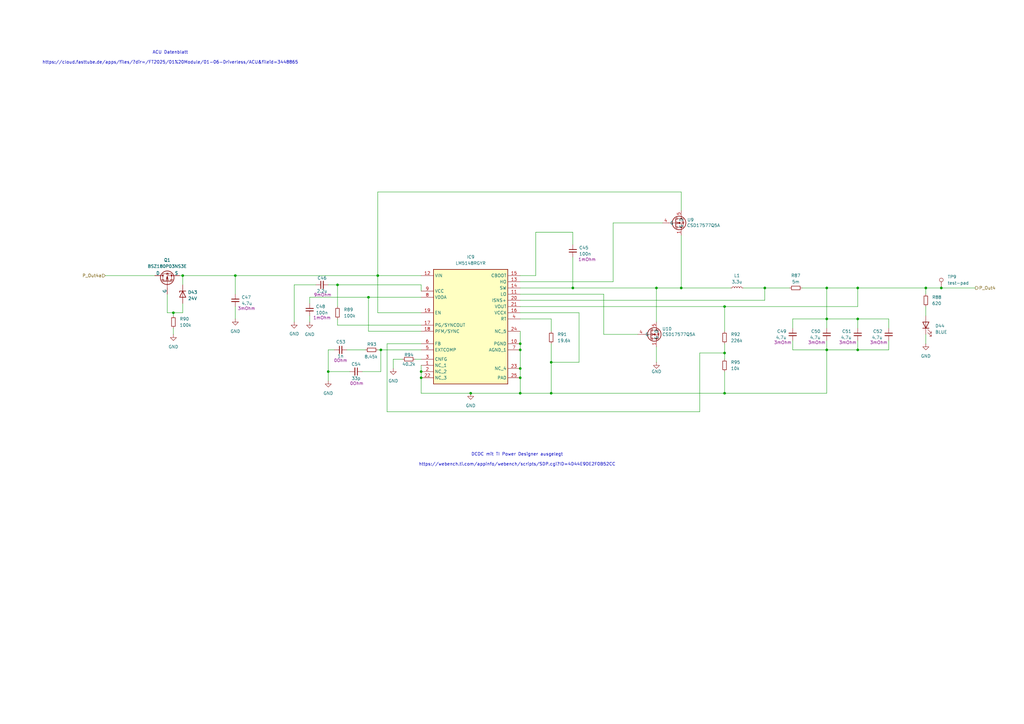
<source format=kicad_sch>
(kicad_sch (version 20231120) (generator "eeschema") (generator_version "8.0")
  (paper "A3")
  (title_block (title "PDU FT25") (date "2024-11-23") (rev "V1.1") (company "Janek Herm") (comment 1 "FaSTTUBe Electronics"))
  (lib_symbols
    (symbol "Connector:TestPoint" (pin_numbers hide) (pin_names (offset 0.762) hide)
      (property "Reference" "TP" (at 0 6.858 0))
      (property "Value" "TestPoint" (at 0 5.08 0))
      (symbol "TestPoint_0_1"
        (circle (center 0 3.302) (radius 0.762))
      )
      (symbol "TestPoint_1_1"
        (pin passive line (at 0 0 90) (length 2.54) (name "1") (number "1"))
      )
    )
    (symbol "Device:C_Small" (pin_numbers hide) (pin_names (offset 0.254) hide)
      (property "Reference" "C" (at 0.254 1.778 0))
      (property "Value" "C_Small" (at 0.254 -2.032 0))
      (symbol "C_Small_0_1"
        (polyline (pts (xy -1.524 -0.508) (xy 1.524 -0.508)) (stroke (width 0.3302)))
        (polyline (pts (xy -1.524 0.508) (xy 1.524 0.508)) (stroke (width 0.3048)))
      )
      (symbol "C_Small_1_1"
        (pin passive line (at 0 2.54 270) (length 2.032) (name "~") (number "1"))
        (pin passive line (at 0 -2.54 90) (length 2.032) (name "~") (number "2"))
      )
    )
    (symbol "Device:D_Zener" (pin_numbers hide) (pin_names (offset 1.016) hide)
      (property "Reference" "D" (at 0 2.54 0))
      (property "Value" "D_Zener" (at 0 -2.54 0))
      (symbol "D_Zener_0_1"
        (polyline (pts (xy 1.27 0) (xy -1.27 0)))
        (polyline (pts (xy -1.27 -1.27) (xy -1.27 1.27) (xy -0.762 1.27)) (stroke (width 0.254)))
        (polyline (pts (xy 1.27 -1.27) (xy 1.27 1.27) (xy -1.27 0) (xy 1.27 -1.27)) (stroke (width 0.254)))
      )
      (symbol "D_Zener_1_1"
        (pin passive line (at -3.81 0 0) (length 2.54) (name "K") (number "1"))
        (pin passive line (at 3.81 0 180) (length 2.54) (name "A") (number "2"))
      )
    )
    (symbol "Device:LED" (pin_numbers hide) (pin_names (offset 1.016) hide)
      (property "Reference" "D" (at 0 2.54 0))
      (property "Value" "LED" (at 0 -2.54 0))
      (symbol "LED_0_1"
        (polyline (pts (xy -1.27 -1.27) (xy -1.27 1.27)) (stroke (width 0.254)))
        (polyline (pts (xy -1.27 0) (xy 1.27 0)))
        (polyline (pts (xy 1.27 -1.27) (xy 1.27 1.27) (xy -1.27 0) (xy 1.27 -1.27)) (stroke (width 0.254)))
        (polyline (pts (xy -3.048 -0.762) (xy -4.572 -2.286) (xy -3.81 -2.286) (xy -4.572 -2.286) (xy -4.572 -1.524)))
        (polyline (pts (xy -1.778 -0.762) (xy -3.302 -2.286) (xy -2.54 -2.286) (xy -3.302 -2.286) (xy -3.302 -1.524)))
      )
      (symbol "LED_1_1"
        (pin passive line (at -3.81 0 0) (length 2.54) (name "K") (number "1"))
        (pin passive line (at 3.81 0 180) (length 2.54) (name "A") (number "2"))
      )
    )
    (symbol "Device:L_Small" (pin_numbers hide) (pin_names (offset 0.254) hide)
      (property "Reference" "L" (at 0.762 1.016 0))
      (property "Value" "L_Small" (at 0.762 -1.016 0))
      (symbol "L_Small_0_1"
        (arc (start 0 -2.032) (mid 0.5058 -1.524) (end 0 -1.016))
        (arc (start 0 -1.016) (mid 0.5058 -0.508) (end 0 0))
        (arc (start 0 0) (mid 0.5058 0.508) (end 0 1.016))
        (arc (start 0 1.016) (mid 0.5058 1.524) (end 0 2.032))
      )
      (symbol "L_Small_1_1"
        (pin passive line (at 0 2.54 270) (length 0.508) (name "~") (number "1"))
        (pin passive line (at 0 -2.54 90) (length 0.508) (name "~") (number "2"))
      )
    )
    (symbol "Device:R_Small" (pin_numbers hide) (pin_names (offset 0.254) hide)
      (property "Reference" "R" (at 0.762 0.508 0))
      (property "Value" "R_Small" (at 0.762 -1.016 0))
      (symbol "R_Small_0_1"
        (rectangle (start -0.762 1.778) (end 0.762 -1.778) (stroke (width 0.2032)))
      )
      (symbol "R_Small_1_1"
        (pin passive line (at 0 2.54 270) (length 0.762) (name "~") (number "1"))
        (pin passive line (at 0 -2.54 90) (length 0.762) (name "~") (number "2"))
      )
    )
    (symbol "FaSTTUBe_microcontrollers:NexFET"
      (property "Reference" "U" (at 0 5.588 0))
      (symbol "NexFET_0_1"
        (circle (center -0.889 -12.7) (radius 2.794) (stroke (width 0.254)))
        (circle (center 0 -14.478) (radius 0.254) (fill (type outline)))
        (circle (center 0 -10.922) (radius 0.254) (fill (type outline)))
        (polyline (pts (xy -2.286 -12.7) (xy -5.08 -12.7)))
        (polyline (pts (xy -2.286 -10.795) (xy -2.286 -14.605)) (stroke (width 0.254)))
        (polyline (pts (xy -1.778 -13.97) (xy -1.778 -14.986)) (stroke (width 0.254)))
        (polyline (pts (xy -1.778 -12.192) (xy -1.778 -13.208)) (stroke (width 0.254)))
        (polyline (pts (xy -1.778 -10.414) (xy -1.778 -11.43)) (stroke (width 0.254)))
        (polyline (pts (xy 0 -10.16) (xy 0 -10.922)))
        (polyline (pts (xy 0 -15.24) (xy 0 -12.7) (xy -1.778 -12.7)))
        (polyline (pts (xy -1.778 -14.478) (xy 0.762 -14.478) (xy 0.762 -10.922) (xy -1.778 -10.922)))
        (polyline (pts (xy -1.524 -12.7) (xy -0.508 -12.319) (xy -0.508 -13.081) (xy -1.524 -12.7)) (fill (type outline)))
        (polyline (pts (xy 0.254 -12.192) (xy 0.381 -12.319) (xy 1.143 -12.319) (xy 1.27 -12.446)))
        (polyline (pts (xy 0.762 -12.319) (xy 0.381 -12.954) (xy 1.143 -12.954) (xy 0.762 -12.319)))
      )
      (symbol "NexFET_1_1"
        (pin passive line (at 0 -17.78 90) (length 2.54) (name "S") (number "1"))
        (pin no_connect line (at 2.4303 -17.78 90) (length 2.54) hide (name "") (number "2"))
        (pin no_connect line (at 5.08 -17.78 90) (length 2.54) hide (name "") (number "3"))
        (pin input line (at -7.62 -12.7 0) (length 2.54) (name "G") (number "4"))
        (pin passive line (at 0 -7.62 270) (length 2.54) (name "D") (number "5"))
        (pin no_connect line (at 2.54 -7.62 270) (length 2.54) hide (name "") (number "6"))
        (pin no_connect line (at 5.08 -7.62 270) (length 2.54) hide (name "") (number "7"))
        (pin no_connect line (at 7.6324 -7.6022 270) (length 2.54) hide (name "") (number "8"))
        (pin no_connect line (at 10.2821 -7.6022 270) (length 2.54) hide (name "") (number "9"))
      )
    )
    (symbol "LM5148RGYR:LM5148RGYR"
      (property "Reference" "IC" (at 36.83 17.78 0))
      (property "Value" "LM5148RGYR" (at 36.83 15.24 0))
      (symbol "LM5148RGYR_1_1"
        (rectangle (start 5.08 12.7) (end 35.56 -34.29) (stroke (width 0.254)) (fill (type background)))
        (pin passive line (at 0 -26.67 0) (length 5.08) (name "NC_1") (number "1"))
        (pin passive line (at 40.64 -17.78 180) (length 5.08) (name "PGND") (number "10"))
        (pin passive line (at 40.64 2.54 180) (length 5.08) (name "LO") (number "11"))
        (pin passive line (at 0 10.16 0) (length 5.08) (name "VIN") (number "12"))
        (pin passive line (at 40.64 7.62 180) (length 5.08) (name "HO") (number "13"))
        (pin passive line (at 40.64 5.08 180) (length 5.08) (name "SW") (number "14"))
        (pin passive line (at 40.64 10.16 180) (length 5.08) (name "CBOOT") (number "15"))
        (pin passive line (at 40.64 -5.08 180) (length 5.08) (name "VCCX") (number "16"))
        (pin passive line (at 0 -10.16 0) (length 5.08) (name "PG/SYNCOUT") (number "17"))
        (pin passive line (at 0 -12.7 0) (length 5.08) (name "PFM/SYNC") (number "18"))
        (pin passive line (at 0 -5.08 0) (length 5.08) (name "EN") (number "19"))
        (pin passive line (at 0 -29.21 0) (length 5.08) (name "NC_2") (number "2"))
        (pin passive line (at 40.64 0 180) (length 5.08) (name "ISNS+") (number "20"))
        (pin passive line (at 40.64 -2.54 180) (length 5.08) (name "VOUT") (number "21"))
        (pin passive line (at 0 -31.75 0) (length 5.08) (name "NC_3") (number "22"))
        (pin passive line (at 40.64 -27.94 180) (length 5.08) (name "NC_4") (number "23"))
        (pin passive line (at 40.64 -12.7 180) (length 5.08) (name "NC_5") (number "24"))
        (pin passive line (at 40.64 -31.75 180) (length 5.08) (name "PAD") (number "25"))
        (pin passive line (at 0 -24.13 0) (length 5.08) (name "CNFG") (number "3"))
        (pin passive line (at 40.64 -7.62 180) (length 5.08) (name "RT") (number "4"))
        (pin passive line (at 0 -20.32 0) (length 5.08) (name "EXTCOMP") (number "5"))
        (pin passive line (at 0 -17.78 0) (length 5.08) (name "FB") (number "6"))
        (pin passive line (at 40.64 -20.32 180) (length 5.08) (name "AGND_1") (number "7"))
        (pin passive line (at 0 1.27 0) (length 5.08) (name "VDDA") (number "8"))
        (pin passive line (at 0 3.81 0) (length 5.08) (name "VCC") (number "9"))
      )
    )
    (symbol "Simulation_SPICE:PMOS" (pin_numbers hide) (pin_names (offset 0))
      (property "Reference" "Q" (at 5.08 1.27 0))
      (property "Value" "PMOS" (at 5.08 -1.27 0))
      (symbol "PMOS_0_1"
        (polyline (pts (xy 0.254 0) (xy -2.54 0)))
        (polyline (pts (xy 0.254 1.905) (xy 0.254 -1.905)) (stroke (width 0.254)))
        (polyline (pts (xy 0.762 -1.27) (xy 0.762 -2.286)) (stroke (width 0.254)))
        (polyline (pts (xy 0.762 0.508) (xy 0.762 -0.508)) (stroke (width 0.254)))
        (polyline (pts (xy 0.762 2.286) (xy 0.762 1.27)) (stroke (width 0.254)))
        (polyline (pts (xy 2.54 2.54) (xy 2.54 1.778)))
        (polyline (pts (xy 2.54 -2.54) (xy 2.54 0) (xy 0.762 0)))
        (polyline (pts (xy 0.762 1.778) (xy 3.302 1.778) (xy 3.302 -1.778) (xy 0.762 -1.778)))
        (polyline (pts (xy 2.286 0) (xy 1.27 0.381) (xy 1.27 -0.381) (xy 2.286 0)) (fill (type outline)))
        (polyline (pts (xy 2.794 -0.508) (xy 2.921 -0.381) (xy 3.683 -0.381) (xy 3.81 -0.254)))
        (polyline (pts (xy 3.302 -0.381) (xy 2.921 0.254) (xy 3.683 0.254) (xy 3.302 -0.381)))
        (circle (center 1.651 0) (radius 2.794) (stroke (width 0.254)))
        (circle (center 2.54 -1.778) (radius 0.254) (fill (type outline)))
        (circle (center 2.54 1.778) (radius 0.254) (fill (type outline)))
      )
      (symbol "PMOS_1_1"
        (pin passive line (at 2.54 5.08 270) (length 2.54) (name "D") (number "1"))
        (pin input line (at -5.08 0 0) (length 2.54) (name "G") (number "2"))
        (pin passive line (at 2.54 -5.08 90) (length 2.54) (name "S") (number "3"))
      )
    )
    (symbol "power:GND" (power) (pin_numbers hide) (pin_names (offset 0) hide)
      (property "Value" "GND" (at 0 -3.81 0))
      (symbol "GND_0_1"
        (polyline (pts (xy 0 0) (xy 0 -1.27) (xy 1.27 -1.27) (xy 0 -2.54) (xy -1.27 -1.27) (xy 0 -1.27)))
      )
      (symbol "GND_1_1"
        (pin power_in line (at 0 0 270) (length 0) (name "~") (number "1"))
      )
    )
  )
  (junction (at 279.4 118.11))
  (junction (at 351.79 130.81))
  (junction (at 351.79 118.11))
  (junction (at 172.72 152.4))
  (junction (at 339.09 143.51))
  (junction (at 172.72 154.94))
  (junction (at 386.08 118.11))
  (junction (at 213.36 161.29))
  (junction (at 379.73 118.11))
  (junction (at 193.04 161.29))
  (junction (at 96.52 113.03))
  (junction (at 213.36 143.51))
  (junction (at 269.24 118.11))
  (junction (at 226.06 161.29))
  (junction (at 151.13 121.92))
  (junction (at 71.12 128.27))
  (junction (at 297.18 125.73))
  (junction (at 297.18 144.78))
  (junction (at 156.21 143.51))
  (junction (at 213.36 140.97))
  (junction (at 213.36 151.13))
  (junction (at 313.69 118.11))
  (junction (at 213.36 154.94))
  (junction (at 138.43 116.84))
  (junction (at 234.95 118.11))
  (junction (at 74.93 113.03))
  (junction (at 154.94 113.03))
  (junction (at 226.06 148.59))
  (junction (at 339.09 118.11))
  (junction (at 297.18 161.29))
  (junction (at 339.09 130.81))
  (junction (at 351.79 143.51))
  (junction (at 134.62 152.4))
  (wire (pts (xy 226.06 130.81) (xy 226.06 135.89)))
  (wire (pts (xy 71.12 134.62) (xy 71.12 137.16)))
  (wire (pts (xy 339.09 130.81) (xy 351.79 130.81)))
  (wire (pts (xy 120.65 132.08) (xy 120.65 116.84)))
  (wire (pts (xy 297.18 152.4) (xy 297.18 161.29)))
  (wire (pts (xy 351.79 143.51) (xy 364.49 143.51)))
  (wire (pts (xy 213.36 128.27) (xy 237.49 128.27)))
  (wire (pts (xy 158.75 168.91) (xy 287.02 168.91)))
  (wire (pts (xy 127 121.92) (xy 127 124.46)))
  (wire (pts (xy 269.24 118.11) (xy 279.4 118.11)))
  (wire (pts (xy 226.06 148.59) (xy 226.06 161.29)))
  (wire (pts (xy 68.58 128.27) (xy 71.12 128.27)))
  (wire (pts (xy 172.72 154.94) (xy 172.72 161.29)))
  (wire (pts (xy 339.09 139.7) (xy 339.09 143.51)))
  (wire (pts (xy 379.73 118.11) (xy 386.08 118.11)))
  (wire (pts (xy 364.49 134.62) (xy 364.49 130.81)))
  (wire (pts (xy 154.94 78.74) (xy 279.4 78.74)))
  (wire (pts (xy 297.18 161.29) (xy 339.09 161.29)))
  (wire (pts (xy 127 121.92) (xy 151.13 121.92)))
  (wire (pts (xy 325.12 134.62) (xy 325.12 130.81)))
  (wire (pts (xy 96.52 113.03) (xy 154.94 113.03)))
  (wire (pts (xy 364.49 139.7) (xy 364.49 143.51)))
  (wire (pts (xy 339.09 143.51) (xy 339.09 161.29)))
  (wire (pts (xy 68.58 120.65) (xy 68.58 128.27)))
  (wire (pts (xy 269.24 118.11) (xy 269.24 132.08)))
  (wire (pts (xy 148.59 152.4) (xy 156.21 152.4)))
  (wire (pts (xy 154.94 113.03) (xy 172.72 113.03)))
  (wire (pts (xy 172.72 128.27) (xy 154.94 128.27)))
  (wire (pts (xy 96.52 125.73) (xy 96.52 130.81)))
  (wire (pts (xy 74.93 128.27) (xy 71.12 128.27)))
  (wire (pts (xy 213.36 161.29) (xy 213.36 154.94)))
  (wire (pts (xy 172.72 140.97) (xy 158.75 140.97)))
  (wire (pts (xy 234.95 95.25) (xy 234.95 100.33)))
  (wire (pts (xy 120.65 116.84) (xy 129.54 116.84)))
  (wire (pts (xy 325.12 143.51) (xy 325.12 139.7)))
  (wire (pts (xy 156.21 152.4) (xy 156.21 143.51)))
  (wire (pts (xy 74.93 113.03) (xy 96.52 113.03)))
  (wire (pts (xy 213.36 130.81) (xy 226.06 130.81)))
  (wire (pts (xy 379.73 137.16) (xy 379.73 140.97)))
  (wire (pts (xy 325.12 130.81) (xy 339.09 130.81)))
  (wire (pts (xy 74.93 124.46) (xy 74.93 128.27)))
  (wire (pts (xy 161.29 151.13) (xy 161.29 147.32)))
  (wire (pts (xy 313.69 118.11) (xy 323.85 118.11)))
  (wire (pts (xy 158.75 140.97) (xy 158.75 168.91)))
  (wire (pts (xy 339.09 130.81) (xy 339.09 134.62)))
  (wire (pts (xy 379.73 125.73) (xy 379.73 129.54)))
  (wire (pts (xy 213.36 143.51) (xy 213.36 151.13)))
  (wire (pts (xy 138.43 133.35) (xy 138.43 130.81)))
  (wire (pts (xy 351.79 134.62) (xy 351.79 130.81)))
  (wire (pts (xy 351.79 118.11) (xy 379.73 118.11)))
  (wire (pts (xy 313.69 123.19) (xy 313.69 118.11)))
  (wire (pts (xy 251.46 91.44) (xy 251.46 115.57)))
  (wire (pts (xy 386.08 118.11) (xy 400.05 118.11)))
  (wire (pts (xy 237.49 148.59) (xy 226.06 148.59)))
  (wire (pts (xy 351.79 130.81) (xy 364.49 130.81)))
  (wire (pts (xy 234.95 118.11) (xy 269.24 118.11)))
  (wire (pts (xy 73.66 113.03) (xy 74.93 113.03)))
  (wire (pts (xy 172.72 161.29) (xy 193.04 161.29)))
  (wire (pts (xy 154.94 113.03) (xy 154.94 78.74)))
  (wire (pts (xy 134.62 143.51) (xy 137.16 143.51)))
  (wire (pts (xy 247.65 120.65) (xy 213.36 120.65)))
  (wire (pts (xy 213.36 118.11) (xy 234.95 118.11)))
  (wire (pts (xy 219.71 113.03) (xy 219.71 95.25)))
  (wire (pts (xy 172.72 152.4) (xy 172.72 154.94)))
  (wire (pts (xy 138.43 125.73) (xy 138.43 116.84)))
  (wire (pts (xy 213.36 154.94) (xy 213.36 151.13)))
  (wire (pts (xy 213.36 113.03) (xy 219.71 113.03)))
  (wire (pts (xy 213.36 135.89) (xy 213.36 140.97)))
  (wire (pts (xy 279.4 78.74) (xy 279.4 86.36)))
  (wire (pts (xy 351.79 118.11) (xy 351.79 125.73)))
  (wire (pts (xy 74.93 113.03) (xy 74.93 116.84)))
  (wire (pts (xy 247.65 120.65) (xy 247.65 137.16)))
  (wire (pts (xy 351.79 139.7) (xy 351.79 143.51)))
  (wire (pts (xy 151.13 135.89) (xy 151.13 121.92)))
  (wire (pts (xy 127 129.54) (xy 127 132.08)))
  (wire (pts (xy 325.12 143.51) (xy 339.09 143.51)))
  (wire (pts (xy 339.09 118.11) (xy 339.09 130.81)))
  (wire (pts (xy 379.73 118.11) (xy 379.73 120.65)))
  (wire (pts (xy 219.71 95.25) (xy 234.95 95.25)))
  (wire (pts (xy 149.86 143.51) (xy 142.24 143.51)))
  (wire (pts (xy 297.18 140.97) (xy 297.18 144.78)))
  (wire (pts (xy 134.62 152.4) (xy 134.62 156.21)))
  (wire (pts (xy 297.18 125.73) (xy 297.18 135.89)))
  (wire (pts (xy 279.4 96.52) (xy 279.4 118.11)))
  (wire (pts (xy 134.62 143.51) (xy 134.62 152.4)))
  (wire (pts (xy 304.8 118.11) (xy 313.69 118.11)))
  (wire (pts (xy 161.29 147.32) (xy 165.1 147.32)))
  (wire (pts (xy 96.52 113.03) (xy 96.52 120.65)))
  (wire (pts (xy 172.72 121.92) (xy 151.13 121.92)))
  (wire (pts (xy 351.79 118.11) (xy 339.09 118.11)))
  (wire (pts (xy 154.94 143.51) (xy 156.21 143.51)))
  (wire (pts (xy 234.95 105.41) (xy 234.95 118.11)))
  (wire (pts (xy 287.02 168.91) (xy 287.02 144.78)))
  (wire (pts (xy 297.18 125.73) (xy 351.79 125.73)))
  (wire (pts (xy 138.43 116.84) (xy 172.72 116.84)))
  (wire (pts (xy 154.94 128.27) (xy 154.94 113.03)))
  (wire (pts (xy 339.09 143.51) (xy 351.79 143.51)))
  (wire (pts (xy 269.24 148.59) (xy 269.24 142.24)))
  (wire (pts (xy 172.72 133.35) (xy 138.43 133.35)))
  (wire (pts (xy 193.04 161.29) (xy 213.36 161.29)))
  (wire (pts (xy 172.72 116.84) (xy 172.72 119.38)))
  (wire (pts (xy 226.06 161.29) (xy 297.18 161.29)))
  (wire (pts (xy 172.72 135.89) (xy 151.13 135.89)))
  (wire (pts (xy 213.36 115.57) (xy 251.46 115.57)))
  (wire (pts (xy 170.18 147.32) (xy 172.72 147.32)))
  (wire (pts (xy 213.36 140.97) (xy 213.36 143.51)))
  (wire (pts (xy 71.12 129.54) (xy 71.12 128.27)))
  (wire (pts (xy 247.65 137.16) (xy 261.62 137.16)))
  (wire (pts (xy 226.06 140.97) (xy 226.06 148.59)))
  (wire (pts (xy 328.93 118.11) (xy 339.09 118.11)))
  (wire (pts (xy 279.4 118.11) (xy 299.72 118.11)))
  (wire (pts (xy 134.62 152.4) (xy 143.51 152.4)))
  (wire (pts (xy 297.18 144.78) (xy 297.18 147.32)))
  (wire (pts (xy 156.21 143.51) (xy 172.72 143.51)))
  (wire (pts (xy 287.02 144.78) (xy 297.18 144.78)))
  (wire (pts (xy 43.18 113.03) (xy 63.5 113.03)))
  (wire (pts (xy 213.36 125.73) (xy 297.18 125.73)))
  (wire (pts (xy 213.36 161.29) (xy 226.06 161.29)))
  (wire (pts (xy 172.72 149.86) (xy 172.72 152.4)))
  (wire (pts (xy 213.36 123.19) (xy 313.69 123.19)))
  (wire (pts (xy 251.46 91.44) (xy 271.78 91.44)))
  (wire (pts (xy 134.62 116.84) (xy 138.43 116.84)))
  (wire (pts (xy 237.49 128.27) (xy 237.49 148.59)))
  (text "ACU Datenblatt\n\nhttps://cloud.fasttube.de/apps/files/?dir=/FT2025/01%20Module/01-06-Driverless/ACU&fileid=3448865" (at 69.85 23.622 0) (effects (font (size 1.27 1.27))))
  (text "DCDC mit TI Power Designer ausgelegt\n\nhttps://webench.ti.com/appinfo/webench/scripts/SDP.cgi?ID=4D44E9DE2F0B52CC" (at 212.09 188.468 0) (effects (font (size 1.27 1.27))))
  (hierarchical_label "P_Out4" (shape output) (at 400.05 118.11 0))
  (hierarchical_label "P_Out4a" (shape input) (at 43.18 113.03 180))
  (symbol (lib_id "power:GND") (at 269.24 148.59 0) (unit 1)
    (property "Reference" "#PWR0147" (effects (hide yes)))
    (property "Value" "GND" (at 267.208 152.3999 0) (effects (justify left)))
    (property "Description" "Power symbol creates a global label with name \"GND\" , ground" (effects (hide yes)))
  )
  (symbol (lib_id "Device:R_Small") (at 152.4 143.51 270) (unit 1)
    (property "Reference" "R93" (at 154.4319 141.224 90) (effects (justify right)))
    (property "Value" "8.45k" (at 154.9399 146.304 90) (effects (justify right)))
    (property "Footprint" "Resistor_SMD:R_0603_1608Metric_Pad0.98x0.95mm_HandSolder" (effects (hide yes)))
    (property "Description" "63mW, 1% Tolerance" (effects (hide yes)))
  )
  (symbol (lib_id "FaSTTUBe_microcontrollers:NexFET") (at 269.24 124.46 0) (unit 1)
    (property "Reference" "U10" (at 273.558 134.874 0))
    (property "Value" "CSD17577Q5A" (at 278.384 137.16 0))
    (property "Footprint" "CSD17303Q5:CSD17303Q5" (effects (hide yes)))
    (property "Datasheet" "https://www.ti.com/lit/ds/symlink/csd17577q5a.pdf" (effects (hide yes)))
  )
  (symbol (lib_id "Device:D_Zener") (at 74.93 120.65 90) (mirror x) (unit 1)
    (property "Reference" "D43" (at 78.994 119.888 90))
    (property "Value" "24V" (at 78.994 122.428 90))
    (property "Footprint" "3SMAJ5934B-TP:DIOM5226X244N" (effects (hide yes)))
    (property "Datasheet" "https://www.mouser.de/datasheet/2/258/3SMAJ5918B_3SMAJ5956B_SMA_-3423242.pdf" (effects (hide yes)))
    (property "Description" "Zener diode" (effects (hide yes)))
    (property "MPR" "3SMAJ5934B-TP" (effects (hide yes)))
  )
  (symbol (lib_id "Device:R_Small") (at 226.06 138.43 180) (unit 1)
    (property "Reference" "R91" (at 228.6 137.1599 0) (effects (justify right)))
    (property "Value" "19.6k" (at 228.6 139.6999 0) (effects (justify right)))
    (property "Footprint" "Resistor_SMD:R_0603_1608Metric_Pad0.98x0.95mm_HandSolder" (effects (hide yes)))
    (property "Description" "63mW, 1%" (effects (hide yes)))
  )
  (symbol (lib_id "power:GND") (at 379.73 140.97 0) (unit 1)
    (property "Reference" "#PWR0146" (effects (hide yes)))
    (property "Value" "GND" (at 379.73 146.05 0))
    (property "Description" "Power symbol creates a global label with name \"GND\" , ground" (effects (hide yes)))
  )
  (symbol (lib_id "Device:R_Small") (at 167.64 147.32 90) (unit 1)
    (property "Reference" "R94" (at 169.6719 145.542 90) (effects (justify left)))
    (property "Value" "40.2k" (at 170.4339 149.352 90) (effects (justify left)))
    (property "Footprint" "Resistor_SMD:R_0603_1608Metric_Pad0.98x0.95mm_HandSolder" (effects (hide yes)))
    (property "Description" "100mW, 1% Tolerance" (effects (hide yes)))
  )
  (symbol (lib_id "Device:C_Small") (at 139.7 143.51 90) (unit 1)
    (property "Reference" "C53" (at 141.7382 140.208 90) (effects (justify left)))
    (property "Value" "1n" (at 140.9762 146.05 90) (effects (justify left)))
    (property "Footprint" "Capacitor_SMD:C_0402_1005Metric_Pad0.74x0.62mm_HandSolder" (effects (hide yes)))
    (property "Description" "C0G / NP0, 50V" (effects (hide yes)))
    (property "Resistance" "0Ohm" (at 139.7 147.828 90))
  )
  (symbol (lib_id "Device:C_Small") (at 325.12 137.16 0) (mirror y) (unit 1)
    (property "Reference" "C49" (at 322.58 135.8962 0) (effects (justify left)))
    (property "Value" "4.7u" (at 322.58 138.4362 0) (effects (justify left)))
    (property "Footprint" "Capacitor_SMD:C_2220_5750Metric_Pad1.97x5.40mm_HandSolder" (effects (hide yes)))
    (property "Description" "X7R, 50V" (effects (hide yes)))
    (property "Resistance" "3mOhm" (at 321.056 140.462 0))
  )
  (symbol (lib_id "power:GND") (at 134.62 156.21 0) (unit 1)
    (property "Reference" "#PWR0149" (effects (hide yes)))
    (property "Value" "GND" (at 134.62 161.29 0))
    (property "Description" "Power symbol creates a global label with name \"GND\" , ground" (effects (hide yes)))
  )
  (symbol (lib_id "Device:L_Small") (at 302.26 118.11 90) (unit 1)
    (property "Reference" "L1" (at 302.26 113.03 90))
    (property "Value" "3.3u" (at 302.26 115.57 90))
    (property "Footprint" "7443330330:WE-HCC_109021" (effects (hide yes)))
    (property "Datasheet" "https://www.we-online.com/components/products/datasheet/7443330330.pdf" (effects (hide yes)))
    (property "Description" "Inductor, small symbol" (effects (hide yes)))
    (property "MPR" "7443330330" (effects (hide yes)))
  )
  (symbol (lib_id "Device:R_Small") (at 379.73 123.19 0) (unit 1)
    (property "Reference" "R88" (at 382.27 121.9199 0) (effects (justify left)))
    (property "Value" "620" (at 382.27 124.4599 0) (effects (justify left)))
    (property "Footprint" "Resistor_SMD:R_0603_1608Metric_Pad0.98x0.95mm_HandSolder" (effects (hide yes)))
    (property "Description" "Resistor, small symbol" (effects (hide yes)))
  )
  (symbol (lib_id "Connector:TestPoint") (at 386.08 118.11 0) (unit 1)
    (property "Reference" "TP9" (at 388.62 113.5379 0) (effects (justify left)))
    (property "Value" "test-pad" (at 388.62 116.0779 0) (effects (justify left)))
    (property "Footprint" "5025:5025" (effects (hide yes)))
    (property "Description" "test point" (effects (hide yes)))
  )
  (symbol (lib_id "Device:R_Small") (at 71.12 132.08 0) (unit 1)
    (property "Reference" "R90" (at 73.66 130.8099 0) (effects (justify left)))
    (property "Value" "100k" (at 73.66 133.3499 0) (effects (justify left)))
    (property "Footprint" "Resistor_SMD:R_0603_1608Metric_Pad0.98x0.95mm_HandSolder" (effects (hide yes)))
    (property "Description" "Resistor, small symbol" (effects (hide yes)))
  )
  (symbol (lib_id "Device:C_Small") (at 339.09 137.16 0) (mirror y) (unit 1)
    (property "Reference" "C50" (at 336.55 135.8962 0) (effects (justify left)))
    (property "Value" "4.7u" (at 336.55 138.4362 0) (effects (justify left)))
    (property "Footprint" "Capacitor_SMD:C_2220_5750Metric_Pad1.97x5.40mm_HandSolder" (effects (hide yes)))
    (property "Description" "X7R, 50V" (effects (hide yes)))
    (property "Resistance" "3mOhm" (at 335.026 140.462 0))
  )
  (symbol (lib_id "Device:R_Small") (at 297.18 138.43 0) (unit 1)
    (property "Reference" "R92" (at 299.72 137.1599 0) (effects (justify left)))
    (property "Value" "226k" (at 299.72 139.6999 0) (effects (justify left)))
    (property "Footprint" "Resistor_SMD:R_0603_1608Metric_Pad0.98x0.95mm_HandSolder" (effects (hide yes)))
    (property "Description" "63mW, 1%" (effects (hide yes)))
  )
  (symbol (lib_id "power:GND") (at 127 132.08 0) (unit 1)
    (property "Reference" "#PWR0144" (effects (hide yes)))
    (property "Value" "GND" (at 127 137.16 0))
    (property "Description" "Power symbol creates a global label with name \"GND\" , ground" (effects (hide yes)))
  )
  (symbol (lib_id "Device:C_Small") (at 351.79 137.16 0) (mirror y) (unit 1)
    (property "Reference" "C51" (at 349.25 135.8962 0) (effects (justify left)))
    (property "Value" "4.7u" (at 349.25 138.4362 0) (effects (justify left)))
    (property "Footprint" "Capacitor_SMD:C_2220_5750Metric_Pad1.97x5.40mm_HandSolder" (effects (hide yes)))
    (property "Description" "X7R, 50V" (effects (hide yes)))
    (property "Resistance" "3mOhm" (at 347.726 140.462 0))
  )
  (symbol (lib_id "Device:R_Small") (at 138.43 128.27 0) (unit 1)
    (property "Reference" "R89" (at 140.97 126.9999 0) (effects (justify left)))
    (property "Value" "100k" (at 140.97 129.5399 0) (effects (justify left)))
    (property "Footprint" "Resistor_SMD:R_0603_1608Metric_Pad0.98x0.95mm_HandSolder" (effects (hide yes)))
    (property "Description" "100mW, 1% Tolerance" (effects (hide yes)))
  )
  (symbol (lib_id "Device:C_Small") (at 146.05 152.4 270) (unit 1)
    (property "Reference" "C54" (at 146.0436 149.352 90))
    (property "Value" "33p" (at 146.0436 155.194 90))
    (property "Footprint" "Capacitor_SMD:C_0805_2012Metric_Pad1.18x1.45mm_HandSolder" (effects (hide yes)))
    (property "Description" "C0G / NP0, 50V" (effects (hide yes)))
    (property "Resistance" "0Ohm" (at 146.304 157.226 90))
  )
  (symbol (lib_id "Simulation_SPICE:PMOS") (at 68.58 115.57 90) (unit 1)
    (property "Reference" "Q1" (at 68.58 106.68 90))
    (property "Value" "BSZ180P03NS3E" (at 68.58 109.22 90))
    (property "Footprint" "BSZ180P03NS3E:TSDSON-8-FL_INF" (effects (hide yes)))
    (property "Datasheet" "https://www.mouser.de/datasheet/2/196/Infineon_BSZ180P03NS3E_G_DS_v02_01_en-1731313.pdf" (effects (hide yes)))
    (property "Description" "P-MOSFET transistor, drain/source/gate" (effects (hide yes)))
    (property "Sim.Device" "PMOS" (effects (hide yes)))
    (property "Sim.Type" "VDMOS" (effects (hide yes)))
    (property "Sim.Pins" "1=D 2=G 3=S" (effects (hide yes)))
  )
  (symbol (lib_id "LM5148RGYR:LM5148RGYR") (at 172.72 123.19 0) (unit 1)
    (property "Reference" "IC9" (at 193.04 105.41 0))
    (property "Value" "LM5148RGYR" (at 193.04 107.95 0))
    (property "Footprint" "LM5148RGYR" (effects (hide yes)))
    (property "Datasheet" "https://www.ti.com/lit/ds/symlink/lm5148.pdf?ts=1680990210570&ref_url=https%253A%252F%252Fwww.ti.com%252Fproduct%252FLM5148" (effects (hide yes)))
    (property "Description" "Switching Controllers 3.5-V to 80-V, current mode synchronous buck controller" (effects (hide yes)))
    (property "Height" "1" (effects (hide yes)))
    (property "Mouser Part Number" "595-LM5148RGYR" (effects (hide yes)))
    (property "Mouser Price/Stock" "https://www.mouser.co.uk/ProductDetail/Texas-Instruments/LM5148RGYR?qs=Jm2GQyTW%2FbgsJOyzcNbTmw%3D%3D" (effects (hide yes)))
    (property "Manufacturer_Name" "Texas Instruments" (effects (hide yes)))
    (property "Manufacturer_Part_Number" "LM5148RGYR" (effects (hide yes)))
  )
  (symbol (lib_id "FaSTTUBe_microcontrollers:NexFET") (at 279.4 78.74 0) (unit 1)
    (property "Reference" "U9" (at 283.21 90.17 0))
    (property "Value" "CSD17577Q5A" (at 288.544 92.456 0))
    (property "Footprint" "CSD17303Q5:CSD17303Q5" (effects (hide yes)))
    (property "Datasheet" "https://www.ti.com/lit/ds/symlink/csd17577q5a.pdf" (effects (hide yes)))
  )
  (symbol (lib_id "Device:R_Small") (at 297.18 149.86 0) (unit 1)
    (property "Reference" "R95" (at 299.72 148.5899 0) (effects (justify left)))
    (property "Value" "10k" (at 299.72 151.1299 0) (effects (justify left)))
    (property "Footprint" "Resistor_SMD:R_0603_1608Metric_Pad0.98x0.95mm_HandSolder" (effects (hide yes)))
    (property "Description" "63mW, 1%" (effects (hide yes)))
  )
  (symbol (lib_id "power:GND") (at 96.52 130.81 0) (unit 1)
    (property "Reference" "#PWR0142" (effects (hide yes)))
    (property "Value" "GND" (at 96.52 135.89 0))
    (property "Description" "Power symbol creates a global label with name \"GND\" , ground" (effects (hide yes)))
  )
  (symbol (lib_id "Device:LED") (at 379.73 133.35 90) (unit 1)
    (property "Reference" "D44" (at 383.54 133.6674 90) (effects (justify right)))
    (property "Value" "BLUE" (at 383.54 136.2074 90) (effects (justify right)))
    (property "Footprint" "LED_SMD:LED_0603_1608Metric" (effects (hide yes)))
    (property "Datasheet" "https://www.we-online.com/components/products/datasheet/150060BS75000.pdf" (effects (hide yes)))
    (property "Description" "Light emitting diode" (effects (hide yes)))
    (property "MPR" "150060BS75000" (effects (hide yes)))
  )
  (symbol (lib_id "power:GND") (at 193.04 161.29 0) (unit 1)
    (property "Reference" "#PWR0150" (effects (hide yes)))
    (property "Value" "GND" (at 193.04 166.37 0))
    (property "Description" "Power symbol creates a global label with name \"GND\" , ground" (effects (hide yes)))
  )
  (symbol (lib_id "Device:C_Small") (at 132.08 116.84 90) (unit 1)
    (property "Reference" "C46" (at 132.0863 114.046 90))
    (property "Value" "2.2u" (at 132.0863 119.38 90))
    (property "Footprint" "Capacitor_SMD:C_0603_1608Metric_Pad1.08x0.95mm_HandSolder" (effects (hide yes)))
    (property "Description" "X7R, 10V" (effects (hide yes)))
    (property "Resistance" "9mOhm" (at 132.334 120.904 90))
    (property "MPR" "GRM188R71A225KE15D" (effects (hide yes)))
  )
  (symbol (lib_id "power:GND") (at 71.12 137.16 0) (unit 1)
    (property "Reference" "#PWR0145" (effects (hide yes)))
    (property "Value" "GND" (at 71.12 142.24 0))
    (property "Description" "Power symbol creates a global label with name \"GND\" , ground" (effects (hide yes)))
  )
  (symbol (lib_id "Device:R_Small") (at 326.39 118.11 90) (unit 1)
    (property "Reference" "R87" (at 326.39 113.03 90))
    (property "Value" "5m" (at 326.39 115.57 90))
    (property "Footprint" "Resistor_SMD:R_1206_3216Metric" (effects (hide yes)))
    (property "Description" "Resistor, small symbol" (effects (hide yes)))
    (property "MPR" "MFSA1206R0050FCM" (effects (hide yes)))
  )
  (symbol (lib_id "Device:C_Small") (at 127 127 0) (unit 1)
    (property "Reference" "C48" (at 129.54 125.7362 0) (effects (justify left)))
    (property "Value" "100n" (at 129.54 128.2762 0) (effects (justify left)))
    (property "Footprint" "Capacitor_SMD:C_0402_1005Metric_Pad0.74x0.62mm_HandSolder" (effects (hide yes)))
    (property "Description" "X7R, 10V" (effects (hide yes)))
    (property "Resistance" "1mOhm" (at 132.08 130.302 0))
    (property "MPR" "GRM155R71A104KA01D" (effects (hide yes)))
  )
  (symbol (lib_id "Device:C_Small") (at 234.95 102.87 0) (unit 1)
    (property "Reference" "C45" (at 237.49 101.6062 0) (effects (justify left)))
    (property "Value" "100n" (at 237.49 104.1462 0) (effects (justify left)))
    (property "Footprint" "Capacitor_SMD:C_0402_1005Metric_Pad0.74x0.62mm_HandSolder" (effects (hide yes)))
    (property "Description" "X7R, 10V" (effects (hide yes)))
    (property "Resistance" "1mOhm" (at 240.792 106.426 0))
  )
  (symbol (lib_id "Device:C_Small") (at 96.52 123.19 0) (unit 1)
    (property "Reference" "C47" (at 99.06 121.9262 0) (effects (justify left)))
    (property "Value" "4.7u" (at 99.06 124.4662 0) (effects (justify left)))
    (property "Footprint" "Capacitor_SMD:C_2220_5750Metric_Pad1.97x5.40mm_HandSolder" (effects (hide yes)))
    (property "Description" "X7R, 50V" (effects (hide yes)))
    (property "Resistance" "3mOhm" (at 101.092 126.492 0))
    (property "MPR" "GRM31CR71H475KA12L" (effects (hide yes)))
  )
  (symbol (lib_id "power:GND") (at 120.65 132.08 0) (unit 1)
    (property "Reference" "#PWR0143" (effects (hide yes)))
    (property "Value" "GND" (at 118.618 136.9059 0) (effects (justify left)))
    (property "Description" "Power symbol creates a global label with name \"GND\" , ground" (effects (hide yes)))
  )
  (symbol (lib_id "power:GND") (at 161.29 151.13 0) (unit 1)
    (property "Reference" "#PWR0148" (effects (hide yes)))
    (property "Value" "GND" (at 161.29 156.21 0))
    (property "Description" "Power symbol creates a global label with name \"GND\" , ground" (effects (hide yes)))
  )
  (symbol (lib_id "Device:C_Small") (at 364.49 137.16 0) (mirror y) (unit 1)
    (property "Reference" "C52" (at 361.95 135.8962 0) (effects (justify left)))
    (property "Value" "4.7u" (at 361.95 138.4362 0) (effects (justify left)))
    (property "Footprint" "Capacitor_SMD:C_2220_5750Metric_Pad1.97x5.40mm_HandSolder" (effects (hide yes)))
    (property "Description" "X7R, 50V" (effects (hide yes)))
    (property "Resistance" "3mOhm" (at 360.426 140.462 0))
  )
)
</source>
